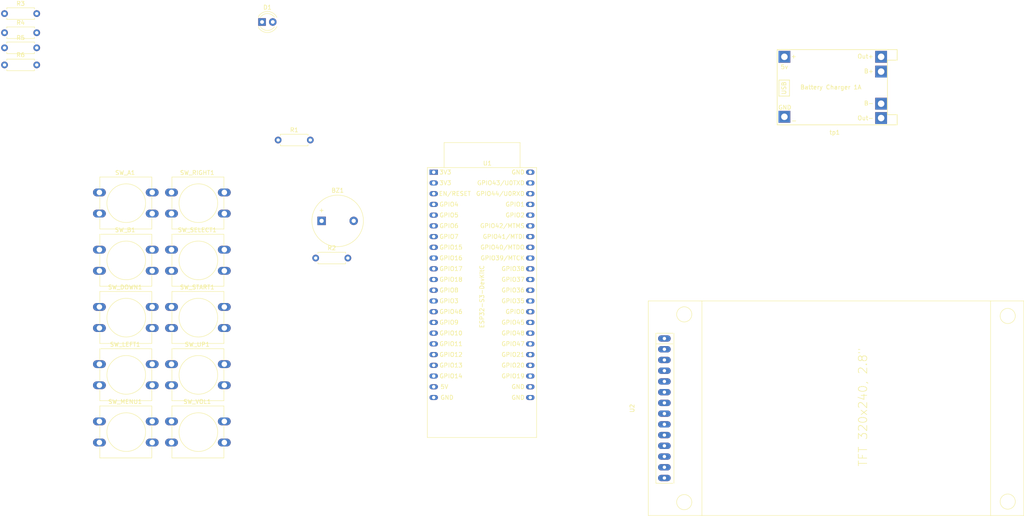
<source format=kicad_pcb>
(kicad_pcb (version 20221018) (generator pcbnew)
  (layers (0 "F.Cu" signal) (31 "B.Cu" signal) (34 "B.Paste" user) (35 "F.Paste" user) (36 "B.SilkS" user "B.Silkscreen") (37 "F.SilkS" user "F.Silkscreen") (38 "B.Mask" user) (39 "F.Mask" user) (44 "Edge.Cuts" user))
  (net 0 "")
  (net 19 "Net-(U1-GND-Pad22)")
  (net 72 "GND")
  (net 73 "Net-(D1-A)")
  (net 74 "/IO2")
  (net 75 "/IO12")
  (net 76 "Net-(R4-Pad2)")
  (net 77 "/IO35")
  (net 78 "/+3.3V")
  (net 79 "/IO36")
  (net 80 "Net-(R5-Pad2)")
  (footprint "Resistor_THT:R_Axial_DIN0207_L6.3mm_D2.5mm_P7.62mm_Horizontal" (layer "F.Cu") (at 114.3 88.9)
    (fp_text reference "R2" (at 3.81 -2.37) (layer "F.SilkS"))
    (fp_text value "1K")
    (fp_line (start 0.54 -1.37) (end 7.08 -1.37) (stroke (width 0.12)) (layer "F.SilkS"))
    (fp_line (start 0.54 -1.04) (end 0.54 -1.37) (stroke (width 0.12)) (layer "F.SilkS"))
    (fp_line (start 0.54 1.04) (end 0.54 1.37) (stroke (width 0.12)) (layer "F.SilkS"))
    (fp_line (start 0.54 1.37) (end 7.08 1.37) (stroke (width 0.12)) (layer "F.SilkS"))
    (fp_line (start 7.08 -1.37) (end 7.08 -1.04) (stroke (width 0.12)) (layer "F.SilkS"))
    (fp_line (start 7.08 1.37) (end 7.08 1.04) (stroke (width 0.12)) (layer "F.SilkS"))
    (pad "1" thru_hole circle (at 0 0) (size 1.6 1.6) (drill 0.8) (layers "*.Cu" "*.Mask"))
    (pad "2" thru_hole oval (at 7.62 0) (size 1.6 1.6) (drill 0.8) (layers "*.Cu" "*.Mask"))
  )
  (footprint "Resistor_THT:R_Axial_DIN0207_L6.3mm_D2.5mm_P7.62mm_Horizontal" (layer "F.Cu") (at 40.64 43.18)
    (fp_text reference "R6" (at 3.81 -2.37) (layer "F.SilkS"))
    (fp_text value "10K")
    (fp_line (start 0.54 -1.37) (end 7.08 -1.37) (stroke (width 0.12)) (layer "F.SilkS"))
    (fp_line (start 0.54 -1.04) (end 0.54 -1.37) (stroke (width 0.12)) (layer "F.SilkS"))
    (fp_line (start 0.54 1.04) (end 0.54 1.37) (stroke (width 0.12)) (layer "F.SilkS"))
    (fp_line (start 0.54 1.37) (end 7.08 1.37) (stroke (width 0.12)) (layer "F.SilkS"))
    (fp_line (start 7.08 -1.37) (end 7.08 -1.04) (stroke (width 0.12)) (layer "F.SilkS"))
    (fp_line (start 7.08 1.37) (end 7.08 1.04) (stroke (width 0.12)) (layer "F.SilkS"))
    (pad "1" thru_hole circle (at 0 0) (size 1.6 1.6) (drill 0.8) (layers "*.Cu" "*.Mask") (net 77 "/IO35"))
    (pad "2" thru_hole oval (at 7.62 0) (size 1.6 1.6) (drill 0.8) (layers "*.Cu" "*.Mask") (net 72 "GND"))
  )
  (footprint "Resistor_THT:R_Axial_DIN0207_L6.3mm_D2.5mm_P7.62mm_Horizontal" (layer "F.Cu") (at 40.64 39.13)
    (fp_text reference "R5" (at 3.81 -2.37) (layer "F.SilkS"))
    (fp_text value "10K")
    (fp_line (start 0.54 -1.37) (end 7.08 -1.37) (stroke (width 0.12)) (layer "F.SilkS"))
    (fp_line (start 0.54 -1.04) (end 0.54 -1.37) (stroke (width 0.12)) (layer "F.SilkS"))
    (fp_line (start 0.54 1.04) (end 0.54 1.37) (stroke (width 0.12)) (layer "F.SilkS"))
    (fp_line (start 0.54 1.37) (end 7.08 1.37) (stroke (width 0.12)) (layer "F.SilkS"))
    (fp_line (start 7.08 -1.37) (end 7.08 -1.04) (stroke (width 0.12)) (layer "F.SilkS"))
    (fp_line (start 7.08 1.37) (end 7.08 1.04) (stroke (width 0.12)) (layer "F.SilkS"))
    (pad "1" thru_hole circle (at 0 0) (size 1.6 1.6) (drill 0.8) (layers "*.Cu" "*.Mask") (net 77 "/IO35"))
    (pad "2" thru_hole oval (at 7.62 0) (size 1.6 1.6) (drill 0.8) (layers "*.Cu" "*.Mask") (net 80 "Net-(R5-Pad2)"))
  )
  (footprint "Resistor_THT:R_Axial_DIN0207_L6.3mm_D2.5mm_P7.62mm_Horizontal" (layer "F.Cu") (at 40.64 35.56)
    (fp_text reference "R4" (at 3.81 -2.37) (layer "F.SilkS"))
    (fp_text value "10K")
    (fp_line (start 0.54 -1.37) (end 7.08 -1.37) (stroke (width 0.12)) (layer "F.SilkS"))
    (fp_line (start 0.54 -1.04) (end 0.54 -1.37) (stroke (width 0.12)) (layer "F.SilkS"))
    (fp_line (start 0.54 1.04) (end 0.54 1.37) (stroke (width 0.12)) (layer "F.SilkS"))
    (fp_line (start 0.54 1.37) (end 7.08 1.37) (stroke (width 0.12)) (layer "F.SilkS"))
    (fp_line (start 7.08 -1.37) (end 7.08 -1.04) (stroke (width 0.12)) (layer "F.SilkS"))
    (fp_line (start 7.08 1.37) (end 7.08 1.04) (stroke (width 0.12)) (layer "F.SilkS"))
    (pad "1" thru_hole circle (at 0 0) (size 1.6 1.6) (drill 0.8) (layers "*.Cu" "*.Mask") (net 75 "/IO12"))
    (pad "2" thru_hole oval (at 7.62 0) (size 1.6 1.6) (drill 0.8) (layers "*.Cu" "*.Mask") (net 76 "Net-(R4-Pad2)"))
  )
  (footprint "footprints:TFT-320x240" (layer "F.Cu") (at 196.85 124.46 -90)
    (fp_text reference "U2" (at 0 7.62 90) (layer "F.SilkS"))
    (fp_text value "TFT_320x240")
    (fp_text user "TFT 320x240, 2.8\"" (at -0.254 -46.99 90) (layer "F.SilkS") (effects (font (size 2 2))))
    (fp_line (start -25.4 -85.09) (end -25.4 3.81) (stroke (width 0.12)) (layer "F.SilkS"))
    (fp_line (start -25.4 -77.216) (end 25.4 -77.216) (stroke (width 0.12)) (layer "F.SilkS"))
    (fp_line (start -25.4 -8.89) (end 25.4 -8.89) (stroke (width 0.12)) (layer "F.SilkS"))
    (fp_line (start -25.4 3.81) (end 25.4 3.81) (stroke (width 0.12)) (layer "F.SilkS"))
    (fp_line (start -17.76 -2.254) (end 17.76 -2.254) (stroke (width 0.12)) (layer "F.SilkS"))
    (fp_line (start -17.76 2) (end -17.76 -2) (stroke (width 0.12)) (layer "F.SilkS"))
    (fp_line (start -15.24 -2) (end -15.24 2) (stroke (width 0.12)) (layer "F.SilkS"))
    (fp_line (start 17.76 -2) (end 17.76 2) (stroke (width 0.12)) (layer "F.SilkS"))
    (fp_line (start 17.76 2) (end -17.76 2) (stroke (width 0.12)) (layer "F.SilkS"))
    (fp_line (start 25.4 -85.09) (end -25.4 -85.09) (stroke (width 0.12)) (layer "F.SilkS"))
    (fp_line (start 25.4 3.81) (end 25.4 -85.09) (stroke (width 0.12)) (layer "F.SilkS"))
    (fp_circle (center -22.225 -4.699) (end -23.495 -3.429) (stroke (width 0.12)) (fill none) (layer "F.SilkS"))
    (fp_circle (center -21.844 -81.28) (end -23.114 -82.55) (stroke (width 0.12)) (fill none) (layer "F.SilkS"))
    (fp_circle (center 22.098 -81.28) (end 20.828 -80.01) (stroke (width 0.12)) (fill none) (layer "F.SilkS"))
    (fp_circle (center 22.225 -4.699) (end 20.955 -3.429) (stroke (width 0.12)) (fill none) (layer "F.SilkS"))
    (pad "1" thru_hole oval (at -16.51 0 270) (size 1.5 3) (drill 0.8) (layers "*.Cu" "*.Mask"))
    (pad "2" thru_hole oval (at -13.97 0 270) (size 1.5 3) (drill 0.8) (layers "*.Cu" "*.Mask"))
    (pad "3" thru_hole oval (at -11.43 0 270) (size 1.5 3) (drill 0.8) (layers "*.Cu" "*.Mask"))
    (pad "4" thru_hole oval (at -8.89 0 270) (size 1.5 3) (drill 0.8) (layers "*.Cu" "*.Mask"))
    (pad "5" thru_hole oval (at -6.35 0 270) (size 1.5 3) (drill 0.8) (layers "*.Cu" "*.Mask"))
    (pad "6" thru_hole oval (at -3.81 0 270) (size 1.5 3) (drill 0.8) (layers "*.Cu" "*.Mask"))
    (pad "7" thru_hole oval (at -1.27 0 270) (size 1.5 3) (drill 0.8) (layers "*.Cu" "*.Mask"))
    (pad "8" thru_hole oval (at 1.27 0 270) (size 1.5 3) (drill 0.8) (layers "*.Cu" "*.Mask"))
    (pad "9" thru_hole oval (at 3.81 0 270) (size 1.5 3) (drill 0.8) (layers "*.Cu" "*.Mask"))
    (pad "10" thru_hole oval (at 6.35 0 270) (size 1.5 3) (drill 0.8) (layers "*.Cu" "*.Mask"))
    (pad "11" thru_hole oval (at 8.89 0 270) (size 1.5 3) (drill 0.8) (layers "*.Cu" "*.Mask"))
    (pad "12" thru_hole oval (at 11.43 0 270) (size 1.5 3) (drill 0.8) (layers "*.Cu" "*.Mask"))
    (pad "13" thru_hole oval (at 13.97 0 270) (size 1.5 3) (drill 0.8) (layers "*.Cu" "*.Mask"))
    (pad "14" thru_hole oval (at 16.51 0 270) (size 1.5 3) (drill 0.8) (layers "*.Cu" "*.Mask"))
  )
  (footprint "Button_Switch_THT:SW_PUSH-12mm" (layer "F.Cu") (at 80.17 114.02)
    (fp_text reference "SW_UP1" (at 6.08 -4.66) (layer "F.SilkS"))
    (fp_text value "SW_Push_Dual")
    (fp_line (start 0.1 -3.65) (end 12.4 -3.65) (stroke (width 0.12)) (layer "F.SilkS"))
    (fp_line (start 0.1 -0.93) (end 0.1 -3.65) (stroke (width 0.12)) (layer "F.SilkS"))
    (fp_line (start 0.1 4.07) (end 0.1 0.93) (stroke (width 0.12)) (layer "F.SilkS"))
    (fp_line (start 0.1 8.65) (end 0.1 5.93) (stroke (width 0.12)) (layer "F.SilkS"))
    (fp_line (start 12.4 -3.65) (end 12.4 -0.93) (stroke (width 0.12)) (layer "F.SilkS"))
    (fp_line (start 12.4 0.93) (end 12.4 4.07) (stroke (width 0.12)) (layer "F.SilkS"))
    (fp_line (start 12.4 5.93) (end 12.4 8.65) (stroke (width 0.12)) (layer "F.SilkS"))
    (fp_line (start 12.4 8.65) (end 0.1 8.65) (stroke (width 0.12)) (layer "F.SilkS"))
    (fp_circle (center 6.35 2.54) (end 10.16 5.08) (stroke (width 0.12)) (fill none) (layer "F.SilkS"))
    (pad "1" thru_hole oval (at 0 0) (size 3.048 1.85) (drill 1.3) (layers "*.Cu" "*.Mask") (net 78 "/+3.3V"))
    (pad "1" thru_hole oval (at 12.5 0) (size 3.048 1.85) (drill 1.3) (layers "*.Cu" "*.Mask") (net 78 "/+3.3V"))
    (pad "2" thru_hole oval (at 0 5) (size 3.048 1.85) (drill 1.3) (layers "*.Cu" "*.Mask") (net 80 "Net-(R5-Pad2)"))
    (pad "2" thru_hole oval (at 12.5 5) (size 3.048 1.85) (drill 1.3) (layers "*.Cu" "*.Mask") (net 80 "Net-(R5-Pad2)"))
  )
  (footprint "Buzzer_Beeper:Buzzer_12x9.5RM7.6" (layer "F.Cu") (at 115.7 80.1)
    (fp_text reference "BZ1" (at 3.8 -7.2) (layer "F.SilkS"))
    (fp_text value "Buzzer")
    (fp_text user "+" (at -0.01 -2.54) (layer "F.SilkS"))
    (fp_circle (center 3.8 0) (end 9.9 0) (stroke (width 0.12)) (fill none) (layer "F.SilkS"))
    (pad "1" thru_hole rect (at 0 0) (size 2 2) (drill 1) (layers "*.Cu" "*.Mask"))
    (pad "2" thru_hole circle (at 7.6 0) (size 2 2) (drill 1) (layers "*.Cu" "*.Mask"))
  )
  (footprint "LED_THT:LED_D4.0mm" (layer "F.Cu") (at 101.6 33.02)
    (fp_text reference "D1" (at 1.27 -3.46) (layer "F.SilkS"))
    (fp_text value "LED")
    (fp_line (start -0.79 -1.399) (end -0.79 -1.08) (stroke (width 0.12)) (layer "F.SilkS"))
    (fp_line (start -0.79 1.08) (end -0.79 1.399) (stroke (width 0.12)) (layer "F.SilkS"))
    (fp_arc (start -0.79 -1.398749) (mid 1.453519 -2.483228) (end 3.513242 -1.080724) (stroke (width 0.12)) (layer "F.SilkS"))
    (fp_arc (start -0.41333 -1.08) (mid 1.269429 -2) (end 2.952713 -1.080961) (stroke (width 0.12)) (layer "F.SilkS"))
    (fp_arc (start 2.952713 1.080961) (mid 1.269429 2) (end -0.41333 1.08) (stroke (width 0.12)) (layer "F.SilkS"))
    (fp_arc (start 3.513242 1.080724) (mid 1.453519 2.483228) (end -0.79 1.398749) (stroke (width 0.12)) (layer "F.SilkS"))
    (pad "1" thru_hole rect (at 0 0) (size 1.8 1.8) (drill 0.9) (layers "*.Cu" "*.Mask") (net 72 "GND"))
    (pad "2" thru_hole circle (at 2.54 0) (size 1.8 1.8) (drill 0.9) (layers "*.Cu" "*.Mask") (net 73 "Net-(D1-A)"))
  )
  (footprint "Button_Switch_THT:SW_PUSH-12mm" (layer "F.Cu") (at 80.17 86.92)
    (fp_text reference "SW_SELECT1" (at 6.08 -4.66) (layer "F.SilkS"))
    (fp_text value "SW_Push_Dual")
    (fp_line (start 0.1 -3.65) (end 12.4 -3.65) (stroke (width 0.12)) (layer "F.SilkS"))
    (fp_line (start 0.1 -0.93) (end 0.1 -3.65) (stroke (width 0.12)) (layer "F.SilkS"))
    (fp_line (start 0.1 4.07) (end 0.1 0.93) (stroke (width 0.12)) (layer "F.SilkS"))
    (fp_line (start 0.1 8.65) (end 0.1 5.93) (stroke (width 0.12)) (layer "F.SilkS"))
    (fp_line (start 12.4 -3.65) (end 12.4 -0.93) (stroke (width 0.12)) (layer "F.SilkS"))
    (fp_line (start 12.4 0.93) (end 12.4 4.07) (stroke (width 0.12)) (layer "F.SilkS"))
    (fp_line (start 12.4 5.93) (end 12.4 8.65) (stroke (width 0.12)) (layer "F.SilkS"))
    (fp_line (start 12.4 8.65) (end 0.1 8.65) (stroke (width 0.12)) (layer "F.SilkS"))
    (fp_circle (center 6.35 2.54) (end 10.16 5.08) (stroke (width 0.12)) (fill none) (layer "F.SilkS"))
    (pad "1" thru_hole oval (at 0 0) (size 3.048 1.85) (drill 1.3) (layers "*.Cu" "*.Mask"))
    (pad "1" thru_hole oval (at 12.5 0) (size 3.048 1.85) (drill 1.3) (layers "*.Cu" "*.Mask"))
    (pad "2" thru_hole oval (at 0 5) (size 3.048 1.85) (drill 1.3) (layers "*.Cu" "*.Mask"))
    (pad "2" thru_hole oval (at 12.5 5) (size 3.048 1.85) (drill 1.3) (layers "*.Cu" "*.Mask"))
  )
  (footprint "Resistor_THT:R_Axial_DIN0207_L6.3mm_D2.5mm_P7.62mm_Horizontal" (layer "F.Cu") (at 40.64 31.03)
    (fp_text reference "R3" (at 3.81 -2.37) (layer "F.SilkS"))
    (fp_text value "10K")
    (fp_line (start 0.54 -1.37) (end 7.08 -1.37) (stroke (width 0.12)) (layer "F.SilkS"))
    (fp_line (start 0.54 -1.04) (end 0.54 -1.37) (stroke (width 0.12)) (layer "F.SilkS"))
    (fp_line (start 0.54 1.04) (end 0.54 1.37) (stroke (width 0.12)) (layer "F.SilkS"))
    (fp_line (start 0.54 1.37) (end 7.08 1.37) (stroke (width 0.12)) (layer "F.SilkS"))
    (fp_line (start 7.08 -1.37) (end 7.08 -1.04) (stroke (width 0.12)) (layer "F.SilkS"))
    (fp_line (start 7.08 1.37) (end 7.08 1.04) (stroke (width 0.12)) (layer "F.SilkS"))
    (pad "1" thru_hole circle (at 0 0) (size 1.6 1.6) (drill 0.8) (layers "*.Cu" "*.Mask") (net 75 "/IO12"))
    (pad "2" thru_hole oval (at 7.62 0) (size 1.6 1.6) (drill 0.8) (layers "*.Cu" "*.Mask") (net 72 "GND"))
  )
  (footprint "Button_Switch_THT:SW_PUSH-12mm" (layer "F.Cu") (at 63.1 127.57)
    (fp_text reference "SW_MENU1" (at 6.08 -4.66) (layer "F.SilkS"))
    (fp_text value "SW_Push_Dual")
    (fp_line (start 0.1 -3.65) (end 12.4 -3.65) (stroke (width 0.12)) (layer "F.SilkS"))
    (fp_line (start 0.1 -0.93) (end 0.1 -3.65) (stroke (width 0.12)) (layer "F.SilkS"))
    (fp_line (start 0.1 4.07) (end 0.1 0.93) (stroke (width 0.12)) (layer "F.SilkS"))
    (fp_line (start 0.1 8.65) (end 0.1 5.93) (stroke (width 0.12)) (layer "F.SilkS"))
    (fp_line (start 12.4 -3.65) (end 12.4 -0.93) (stroke (width 0.12)) (layer "F.SilkS"))
    (fp_line (start 12.4 0.93) (end 12.4 4.07) (stroke (width 0.12)) (layer "F.SilkS"))
    (fp_line (start 12.4 5.93) (end 12.4 8.65) (stroke (width 0.12)) (layer "F.SilkS"))
    (fp_line (start 12.4 8.65) (end 0.1 8.65) (stroke (width 0.12)) (layer "F.SilkS"))
    (fp_circle (center 6.35 2.54) (end 10.16 5.08) (stroke (width 0.12)) (fill none) (layer "F.SilkS"))
    (pad "1" thru_hole oval (at 0 0) (size 3.048 1.85) (drill 1.3) (layers "*.Cu" "*.Mask"))
    (pad "1" thru_hole oval (at 12.5 0) (size 3.048 1.85) (drill 1.3) (layers "*.Cu" "*.Mask"))
    (pad "2" thru_hole oval (at 0 5) (size 3.048 1.85) (drill 1.3) (layers "*.Cu" "*.Mask"))
    (pad "2" thru_hole oval (at 12.5 5) (size 3.048 1.85) (drill 1.3) (layers "*.Cu" "*.Mask"))
  )
  (footprint "Resistor_THT:R_Axial_DIN0207_L6.3mm_D2.5mm_P7.62mm_Horizontal" (layer "F.Cu") (at 105.41 60.96)
    (fp_text reference "R1" (at 3.81 -2.37) (layer "F.SilkS"))
    (fp_text value "10K")
    (fp_line (start 0.54 -1.37) (end 7.08 -1.37) (stroke (width 0.12)) (layer "F.SilkS"))
    (fp_line (start 0.54 -1.04) (end 0.54 -1.37) (stroke (width 0.12)) (layer "F.SilkS"))
    (fp_line (start 0.54 1.04) (end 0.54 1.37) (stroke (width 0.12)) (layer "F.SilkS"))
    (fp_line (start 0.54 1.37) (end 7.08 1.37) (stroke (width 0.12)) (layer "F.SilkS"))
    (fp_line (start 7.08 -1.37) (end 7.08 -1.04) (stroke (width 0.12)) (layer "F.SilkS"))
    (fp_line (start 7.08 1.37) (end 7.08 1.04) (stroke (width 0.12)) (layer "F.SilkS"))
    (pad "1" thru_hole circle (at 0 0) (size 1.6 1.6) (drill 0.8) (layers "*.Cu" "*.Mask") (net 74 "/IO2"))
    (pad "2" thru_hole oval (at 7.62 0) (size 1.6 1.6) (drill 0.8) (layers "*.Cu" "*.Mask") (net 73 "Net-(D1-A)"))
  )
  (footprint "Button_Switch_THT:SW_PUSH-12mm" (layer "F.Cu") (at 63.1 114.02)
    (fp_text reference "SW_LEFT1" (at 6.08 -4.66) (layer "F.SilkS"))
    (fp_text value "SW_Push_Dual")
    (fp_line (start 0.1 -3.65) (end 12.4 -3.65) (stroke (width 0.12)) (layer "F.SilkS"))
    (fp_line (start 0.1 -0.93) (end 0.1 -3.65) (stroke (width 0.12)) (layer "F.SilkS"))
    (fp_line (start 0.1 4.07) (end 0.1 0.93) (stroke (width 0.12)) (layer "F.SilkS"))
    (fp_line (start 0.1 8.65) (end 0.1 5.93) (stroke (width 0.12)) (layer "F.SilkS"))
    (fp_line (start 12.4 -3.65) (end 12.4 -0.93) (stroke (width 0.12)) (layer "F.SilkS"))
    (fp_line (start 12.4 0.93) (end 12.4 4.07) (stroke (width 0.12)) (layer "F.SilkS"))
    (fp_line (start 12.4 5.93) (end 12.4 8.65) (stroke (width 0.12)) (layer "F.SilkS"))
    (fp_line (start 12.4 8.65) (end 0.1 8.65) (stroke (width 0.12)) (layer "F.SilkS"))
    (fp_circle (center 6.35 2.54) (end 10.16 5.08) (stroke (width 0.12)) (fill none) (layer "F.SilkS"))
    (pad "1" thru_hole oval (at 0 0) (size 3.048 1.85) (drill 1.3) (layers "*.Cu" "*.Mask") (net 78 "/+3.3V"))
    (pad "1" thru_hole oval (at 12.5 0) (size 3.048 1.85) (drill 1.3) (layers "*.Cu" "*.Mask") (net 78 "/+3.3V"))
    (pad "2" thru_hole oval (at 0 5) (size 3.048 1.85) (drill 1.3) (layers "*.Cu" "*.Mask") (net 77 "/IO35"))
    (pad "2" thru_hole oval (at 12.5 5) (size 3.048 1.85) (drill 1.3) (layers "*.Cu" "*.Mask") (net 77 "/IO35"))
  )
  (footprint "footprints:ESP32-S3-DevKitC" (layer "F.Cu") (at 142.24 68.58)
    (fp_text reference "U1" (at 12.7 -2.1) (layer "F.SilkS"))
    (fp_text value "ESP32-S3-DevKitC" (at 11.42632 29.46128 90) (layer "F.SilkS"))
    (fp_text user "GPIO21" (at 21.59 43.18 unlocked) (layer "F.SilkS") (effects (justify right)))
    (fp_text user "GPIO0" (at 21.59 33.02 unlocked) (layer "F.SilkS") (effects (justify right)))
    (fp_text user "EN/RESET" (at 8.88632 5.07728 unlocked) (layer "F.SilkS") (effects (justify right)))
    (fp_text user "GPIO1" (at 21.59 7.62 unlocked) (layer "F.SilkS") (effects (justify right)))
    (fp_text user "GPIO3" (at 1.27 30.48 unlocked) (layer "F.SilkS") (effects (justify left)))
    (fp_text user "GND" (at 21.59 50.8 unlocked) (layer "F.SilkS") (effects (justify right)))
    (fp_text user "GPIO14" (at 1.27 48.26 unlocked) (layer "F.SilkS") (effects (justify left)))
    (fp_text user "GPIO4" (at 1.27 7.62 unlocked) (layer "F.SilkS") (effects (justify left)))
    (fp_text user "GPIO17" (at 1.27 22.86 unlocked) (layer "F.SilkS") (effects (justify left)))
    (fp_text user "GPIO47" (at 21.59 40.64 unlocked) (layer "F.SilkS") (effects (justify right)))
    (fp_text user "GPIO38" (at 21.59 22.86 unlocked) (layer "F.SilkS") (effects (justify right)))
    (fp_text user "GPIO46" (at 1.27 33.02 unlocked) (layer "F.SilkS") (effects (justify left)))
    (fp_text user "3V3" (at 1.27 2.54 unlocked) (layer "F.SilkS") (effects (justify left)))
    (fp_text user "GND" (at 21.59 0 unlocked) (layer "F.SilkS") (effects (justify right)))
    (fp_text user "3V3" (at 1.27 0 unlocked) (layer "F.SilkS") (effects (justify left)))
    (fp_text user "GPIO41/MTDI" (at 21.59 15.24 unlocked) (layer "F.SilkS") (effects (justify right)))
    (fp_text user "GPIO18" (at 1.27 25.4 unlocked) (layer "F.SilkS") (effects (justify left)))
    (fp_text user "GPIO43/U0TXD" (at 21.59 2.54 unlocked) (layer "F.SilkS") (effects (justify right)))
    (fp_text user "GPIO20" (at 21.59 45.72 unlocked) (layer "F.SilkS") (effects (justify right)))
    (fp_text user "GPIO8" (at 1.27 27.94 unlocked) (layer "F.SilkS") (effects (justify left)))
    (fp_text user "GPIO9" (at 1.27 35.56 unlocked) (layer "F.SilkS") (effects (justify left)))
    (fp_text user "GPIO15" (at 1.27 17.78 unlocked) (layer "F.SilkS") (effects (justify left)))
    (fp_text user "GPIO6" (at 1.27 12.7 unlocked) (layer "F.SilkS") (effects (justify left)))
    (fp_text user "GPIO11" (at 1.27 40.64 unlocked) (layer "F.SilkS") (effects (justify left)))
    (fp_text user "GPIO42/MTMS" (at 21.59 12.7 unlocked) (layer "F.SilkS") (effects (justify right)))
    (fp_text user "GPIO12" (at 1.27 43.18 unlocked) (layer "F.SilkS") (effects (justify left)))
    (fp_text user "GPIO37" (at 21.59 25.4 unlocked) (layer "F.SilkS") (effects (justify right)))
    (fp_text user "GPIO5" (at 1.27 10.16 unlocked) (layer "F.SilkS") (effects (justify left)))
    (fp_text user "GPIO19" (at 21.59 48.26 unlocked) (layer "F.SilkS") (effects (justify right)))
    (fp_text user "GPIO36" (at 21.59 27.94 unlocked) (layer "F.SilkS") (effects (justify right)))
    (fp_text user "GPIO10" (at 1.27 38.1 unlocked) (layer "F.SilkS") (effects (justify left)))
    (fp_text user "GND" (at 21.59 53.34 unlocked) (layer "F.SilkS") (effects (justify right)))
    (fp_text user "GPIO39/MTCK" (at 21.59 20.32 unlocked) (layer "F.SilkS") (effects (justify right)))
    (fp_text user "GND" (at 1.52032 53.33728 unlocked) (layer "F.SilkS") (effects (justify left)))
    (fp_text user "GPIO45" (at 21.59 35.56 unlocked) (layer "F.SilkS") (effects (justify right)))
    (fp_text user "GPIO13" (at 1.27 45.72 unlocked) (layer "F.SilkS") (effects (justify left)))
    (fp_text user "GPIO40/MTDO" (at 21.59 17.78 unlocked) (layer "F.SilkS") (effects (justify right)))
    (fp_text user "GPIO2" (at 21.59 10.16 unlocked) (layer "F.SilkS") (effects (justify right)))
    (fp_text user "GPIO44/U0RXD" (at 21.59 5.08 unlocked) (layer "F.SilkS") (effects (justify right)))
    (fp_text user "GPIO48" (at 21.59 38.1 unlocked) (layer "F.SilkS") (effects (justify right)))
    (fp_text user "5V" (at 1.52032 50.79728 unlocked) (layer "F.SilkS") (effects (justify left)))
    (fp_text user "GPIO7" (at 1.27 15.24 unlocked) (layer "F.SilkS") (effects (justify left)))
    (fp_text user "GPIO16" (at 1.27 20.32 unlocked) (layer "F.SilkS") (effects (justify left)))
    (fp_text user "GPIO35" (at 21.59 30.48 unlocked) (layer "F.SilkS") (effects (justify right)))
    (fp_line (start -1.5 62.79728) (end 24.359999 62.79728) (stroke (width 0.12)) (layer "F.SilkS"))
    (fp_line (start -1.499999 -1.1) (end -1.5 62.79728) (stroke (width 0.12)) (layer "F.SilkS"))
    (fp_line (start 2.46012 -7.01312) (end 20.44332 -7.01312) (stroke (width 0.12)) (layer "F.SilkS"))
    (fp_line (start 2.46012 -1.12032) (end 2.46012 -7.01312) (stroke (width 0.12)) (layer "F.SilkS"))
    (fp_line (start 20.44332 -7.01312) (end 20.44332 -1.12032) (stroke (width 0.12)) (layer "F.SilkS"))
    (fp_line (start 24.359999 62.79728) (end 24.36 -1.1) (stroke (width 0.12)) (layer "F.SilkS"))
    (fp_line (start 24.36 -1.1) (end -1.499999 -1.1) (stroke (width 0.12)) (layer "F.SilkS"))
    (pad "1" thru_hole rect (at 0 0 270) (size 1.2 2) (drill 0.8) (layers "*.Cu" "*.Mask") (net 78 "/+3.3V"))
    (pad "2" thru_hole oval (at 0 2.54 270) (size 1.2 2) (drill 0.8) (layers "*.Cu" "*.Mask") (net 78 "/+3.3V"))
    (pad "3" thru_hole oval (at 0 5.08 270) (size 1.2 2) (drill 0.8) (layers "*.Cu" "*.Mask"))
    (pad "4" thru_hole oval (at 0 7.62 270) (size 1.2 2) (drill 0.8) (layers "*.Cu" "*.Mask"))
    (pad "5" thru_hole oval (at 0 10.16 270) (size 1.2 2) (drill 0.8) (layers "*.Cu" "*.Mask"))
    (pad "6" thru_hole oval (at 0 12.7 270) (size 1.2 2) (drill 0.8) (layers "*.Cu" "*.Mask"))
    (pad "7" thru_hole oval (at 0 15.24 270) (size 1.2 2) (drill 0.8) (layers "*.Cu" "*.Mask"))
    (pad "8" thru_hole oval (at 0 17.78 270) (size 1.2 2) (drill 0.8) (layers "*.Cu" "*.Mask"))
    (pad "9" thru_hole oval (at 0 20.32 270) (size 1.2 2) (drill 0.8) (layers "*.Cu" "*.Mask"))
    (pad "10" thru_hole oval (at 0 22.86 270) (size 1.2 2) (drill 0.8) (layers "*.Cu" "*.Mask"))
    (pad "11" thru_hole oval (at 0 25.4 270) (size 1.2 2) (drill 0.8) (layers "*.Cu" "*.Mask"))
    (pad "12" thru_hole oval (at 0 27.94 270) (size 1.2 2) (drill 0.8) (layers "*.Cu" "*.Mask"))
    (pad "13" thru_hole oval (at 0 30.48 270) (size 1.2 2) (drill 0.8) (layers "*.Cu" "*.Mask"))
    (pad "14" thru_hole oval (at 0 33.02 270) (size 1.2 2) (drill 0.8) (layers "*.Cu" "*.Mask"))
    (pad "15" thru_hole oval (at 0 35.56 270) (size 1.2 2) (drill 0.8) (layers "*.Cu" "*.Mask"))
    (pad "16" thru_hole oval (at 0 38.1 270) (size 1.2 2) (drill 0.8) (layers "*.Cu" "*.Mask"))
    (pad "17" thru_hole oval (at 0 40.64 270) (size 1.2 2) (drill 0.8) (layers "*.Cu" "*.Mask"))
    (pad "18" thru_hole oval (at 0 43.18 270) (size 1.2 2) (drill 0.8) (layers "*.Cu" "*.Mask") (net 75 "/IO12"))
    (pad "19" thru_hole oval (at 0 45.72 270) (size 1.2 2) (drill 0.8) (layers "*.Cu" "*.Mask"))
    (pad "20" thru_hole oval (at -0.00368 48.25728 270) (size 1.2 2) (drill 0.8) (layers "*.Cu" "*.Mask"))
    (pad "21" thru_hole oval (at -0.00368 50.79728 270) (size 1.2 2) (drill 0.8) (layers "*.Cu" "*.Mask"))
    (pad "22" thru_hole oval (at -0.00368 53.33728 270) (size 1.2 2) (drill 0.8) (layers "*.Cu" "*.Mask") (net 19 "Net-(U1-GND-Pad22)"))
    (pad "23" thru_hole oval (at 22.86 53.34 270) (size 1.2 2) (drill 0.8) (layers "*.Cu" "*.Mask") (net 19 "Net-(U1-GND-Pad22)"))
    (pad "24" thru_hole oval (at 22.86 50.8 270) (size 1.2 2) (drill 0.8) (layers "*.Cu" "*.Mask") (net 19 "Net-(U1-GND-Pad22)"))
    (pad "25" thru_hole oval (at 22.86 48.26 270) (size 1.2 2) (drill 0.8) (layers "*.Cu" "*.Mask"))
    (pad "26" thru_hole oval (at 22.86 45.72 270) (size 1.2 2) (drill 0.8) (layers "*.Cu" "*.Mask"))
    (pad "27" thru_hole oval (at 22.86 43.18 270) (size 1.2 2) (drill 0.8) (layers "*.Cu" "*.Mask"))
    (pad "28" thru_hole oval (at 22.86 40.64 270) (size 1.2 2) (drill 0.8) (layers "*.Cu" "*.Mask"))
    (pad "29" thru_hole oval (at 22.86 38.1 270) (size 1.2 2) (drill 0.8) (layers "*.Cu" "*.Mask"))
    (pad "30" thru_hole oval (at 22.86 35.56 270) (size 1.2 2) (drill 0.8) (layers "*.Cu" "*.Mask"))
    (pad "31" thru_hole oval (at 22.86 33.02 270) (size 1.2 2) (drill 0.8) (layers "*.Cu" "*.Mask"))
    (pad "32" thru_hole oval (at 22.86 30.48 270) (size 1.2 2) (drill 0.8) (layers "*.Cu" "*.Mask") (net 77 "/IO35"))
    (pad "33" thru_hole oval (at 22.86 27.94 270) (size 1.2 2) (drill 0.8) (layers "*.Cu" "*.Mask") (net 79 "/IO36"))
    (pad "34" thru_hole oval (at 22.86 25.4 270) (size 1.2 2) (drill 0.8) (layers "*.Cu" "*.Mask"))
    (pad "35" thru_hole oval (at 22.86 22.86 270) (size 1.2 2) (drill 0.8) (layers "*.Cu" "*.Mask"))
    (pad "36" thru_hole oval (at 22.86 20.32 270) (size 1.2 2) (drill 0.8) (layers "*.Cu" "*.Mask"))
    (pad "37" thru_hole oval (at 22.86 17.78 270) (size 1.2 2) (drill 0.8) (layers "*.Cu" "*.Mask"))
    (pad "38" thru_hole oval (at 22.86 15.24 270) (size 1.2 2) (drill 0.8) (layers "*.Cu" "*.Mask"))
    (pad "39" thru_hole oval (at 22.86 12.7 270) (size 1.2 2) (drill 0.8) (layers "*.Cu" "*.Mask"))
    (pad "40" thru_hole oval (at 22.86 10.16 270) (size 1.2 2) (drill 0.8) (layers "*.Cu" "*.Mask") (net 74 "/IO2"))
    (pad "41" thru_hole oval (at 22.86 7.62 270) (size 1.2 2) (drill 0.8) (layers "*.Cu" "*.Mask"))
    (pad "42" thru_hole oval (at 22.86 5.08 270) (size 1.2 2) (drill 0.8) (layers "*.Cu" "*.Mask"))
    (pad "43" thru_hole oval (at 22.86 2.54 270) (size 1.2 2) (drill 0.8) (layers "*.Cu" "*.Mask"))
    (pad "44" thru_hole oval (at 22.86 0 270) (size 1.2 2) (drill 0.8) (layers "*.Cu" "*.Mask") (net 19 "Net-(U1-GND-Pad22)"))
  )
  (footprint "Button_Switch_THT:SW_PUSH-12mm" (layer "F.Cu") (at 80.17 100.47)
    (fp_text reference "SW_START1" (at 6.08 -4.66) (layer "F.SilkS"))
    (fp_text value "SW_Push_Dual")
    (fp_line (start 0.1 -3.65) (end 12.4 -3.65) (stroke (width 0.12)) (layer "F.SilkS"))
    (fp_line (start 0.1 -0.93) (end 0.1 -3.65) (stroke (width 0.12)) (layer "F.SilkS"))
    (fp_line (start 0.1 4.07) (end 0.1 0.93) (stroke (width 0.12)) (layer "F.SilkS"))
    (fp_line (start 0.1 8.65) (end 0.1 5.93) (stroke (width 0.12)) (layer "F.SilkS"))
    (fp_line (start 12.4 -3.65) (end 12.4 -0.93) (stroke (width 0.12)) (layer "F.SilkS"))
    (fp_line (start 12.4 0.93) (end 12.4 4.07) (stroke (width 0.12)) (layer "F.SilkS"))
    (fp_line (start 12.4 5.93) (end 12.4 8.65) (stroke (width 0.12)) (layer "F.SilkS"))
    (fp_line (start 12.4 8.65) (end 0.1 8.65) (stroke (width 0.12)) (layer "F.SilkS"))
    (fp_circle (center 6.35 2.54) (end 10.16 5.08) (stroke (width 0.12)) (fill none) (layer "F.SilkS"))
    (pad "1" thru_hole oval (at 0 0) (size 3.048 1.85) (drill 1.3) (layers "*.Cu" "*.Mask"))
    (pad "1" thru_hole oval (at 12.5 0) (size 3.048 1.85) (drill 1.3) (layers "*.Cu" "*.Mask"))
    (pad "2" thru_hole oval (at 0 5) (size 3.048 1.85) (drill 1.3) (layers "*.Cu" "*.Mask"))
    (pad "2" thru_hole oval (at 12.5 5) (size 3.048 1.85) (drill 1.3) (layers "*.Cu" "*.Mask"))
  )
  (footprint "Button_Switch_THT:SW_PUSH-12mm" (layer "F.Cu") (at 80.17 73.37)
    (fp_text reference "SW_RIGHT1" (at 6.08 -4.66) (layer "F.SilkS"))
    (fp_text value "SW_Push_Dual")
    (fp_line (start 0.1 -3.65) (end 12.4 -3.65) (stroke (width 0.12)) (layer "F.SilkS"))
    (fp_line (start 0.1 -0.93) (end 0.1 -3.65) (stroke (width 0.12)) (layer "F.SilkS"))
    (fp_line (start 0.1 4.07) (end 0.1 0.93) (stroke (width 0.12)) (layer "F.SilkS"))
    (fp_line (start 0.1 8.65) (end 0.1 5.93) (stroke (width 0.12)) (layer "F.SilkS"))
    (fp_line (start 12.4 -3.65) (end 12.4 -0.93) (stroke (width 0.12)) (layer "F.SilkS"))
    (fp_line (start 12.4 0.93) (end 12.4 4.07) (stroke (width 0.12)) (layer "F.SilkS"))
    (fp_line (start 12.4 5.93) (end 12.4 8.65) (stroke (width 0.12)) (layer "F.SilkS"))
    (fp_line (start 12.4 8.65) (end 0.1 8.65) (stroke (width 0.12)) (layer "F.SilkS"))
    (fp_circle (center 6.35 2.54) (end 10.16 5.08) (stroke (width 0.12)) (fill none) (layer "F.SilkS"))
    (pad "1" thru_hole oval (at 0 0) (size 3.048 1.85) (drill 1.3) (layers "*.Cu" "*.Mask") (net 78 "/+3.3V"))
    (pad "1" thru_hole oval (at 12.5 0) (size 3.048 1.85) (drill 1.3) (layers "*.Cu" "*.Mask") (net 78 "/+3.3V"))
    (pad "2" thru_hole oval (at 0 5) (size 3.048 1.85) (drill 1.3) (layers "*.Cu" "*.Mask") (net 76 "Net-(R4-Pad2)"))
    (pad "2" thru_hole oval (at 12.5 5) (size 3.048 1.85) (drill 1.3) (layers "*.Cu" "*.Mask") (net 76 "Net-(R4-Pad2)"))
  )
  (footprint "Button_Switch_THT:SW_PUSH-12mm" (layer "F.Cu") (at 80.17 127.57)
    (fp_text reference "SW_VOL1" (at 6.08 -4.66) (layer "F.SilkS"))
    (fp_text value "SW_Push_Dual")
    (fp_line (start 0.1 -3.65) (end 12.4 -3.65) (stroke (width 0.12)) (layer "F.SilkS"))
    (fp_line (start 0.1 -0.93) (end 0.1 -3.65) (stroke (width 0.12)) (layer "F.SilkS"))
    (fp_line (start 0.1 4.07) (end 0.1 0.93) (stroke (width 0.12)) (layer "F.SilkS"))
    (fp_line (start 0.1 8.65) (end 0.1 5.93) (stroke (width 0.12)) (layer "F.SilkS"))
    (fp_line (start 12.4 -3.65) (end 12.4 -0.93) (stroke (width 0.12)) (layer "F.SilkS"))
    (fp_line (start 12.4 0.93) (end 12.4 4.07) (stroke (width 0.12)) (layer "F.SilkS"))
    (fp_line (start 12.4 5.93) (end 12.4 8.65) (stroke (width 0.12)) (layer "F.SilkS"))
    (fp_line (start 12.4 8.65) (end 0.1 8.65) (stroke (width 0.12)) (layer "F.SilkS"))
    (fp_circle (center 6.35 2.54) (end 10.16 5.08) (stroke (width 0.12)) (fill none) (layer "F.SilkS"))
    (pad "1" thru_hole oval (at 0 0) (size 3.048 1.85) (drill 1.3) (layers "*.Cu" "*.Mask"))
    (pad "1" thru_hole oval (at 12.5 0) (size 3.048 1.85) (drill 1.3) (layers "*.Cu" "*.Mask"))
    (pad "2" thru_hole oval (at 0 5) (size 3.048 1.85) (drill 1.3) (layers "*.Cu" "*.Mask"))
    (pad "2" thru_hole oval (at 12.5 5) (size 3.048 1.85) (drill 1.3) (layers "*.Cu" "*.Mask"))
  )
  (footprint "footprints:TP4056-18650" (layer "F.Cu") (at 223.56 39.56)
    (fp_text reference "tp1" (at 13.6 19.6) (layer "F.SilkS"))
    (fp_text value "~")
    (fp_text user "Battery Charger 1A" (at 12.7 8.9) (layer "F.SilkS"))
    (fp_text user "USB" (at 1.6 9.1 90) (layer "F.SilkS"))
    (fp_text user "B+" (at 21.7 5.1) (layer "F.SilkS"))
    (fp_text user "GND" (at 1.8 13.7) (layer "F.SilkS"))
    (fp_text user "+" (at 3.9 1.6) (layer "F.SilkS"))
    (fp_text user "-" (at 4 16.8) (layer "F.SilkS"))
    (fp_text user "Out+" (at 20.9 1.6) (layer "F.SilkS"))
    (fp_text user "B-" (at 21.7 12.7) (layer "F.SilkS"))
    (fp_text user "Out-" (at 20.9 16.2) (layer "F.SilkS"))
    (fp_text user "5v" (at 1.7 4.1) (layer "F.SilkS"))
    (fp_line (start 0 0) (end 26.3 0) (stroke (width 0.15)) (layer "F.SilkS"))
    (fp_line (start 0 17.8) (end 0 0) (stroke (width 0.15)) (layer "F.SilkS"))
    (fp_line (start 0.4 7.2) (end 2.9 7.2) (stroke (width 0.15)) (layer "F.SilkS"))
    (fp_line (start 0.4 11) (end 0.4 7.3) (stroke (width 0.15)) (layer "F.SilkS"))
    (fp_line (start 2.9 7.2) (end 2.9 11) (stroke (width 0.15)) (layer "F.SilkS"))
    (fp_line (start 2.9 11) (end 0.4 11) (stroke (width 0.15)) (layer "F.SilkS"))
    (fp_line (start 26.1 2.5) (end 26.1 15.4) (stroke (width 0.15)) (layer "F.SilkS"))
    (fp_line (start 26.1 15.4) (end 26.4 15.4) (stroke (width 0.15)) (layer "F.SilkS"))
    (fp_line (start 26.3 0) (end 28.4 0) (stroke (width 0.15)) (layer "F.SilkS"))
    (fp_line (start 26.3 15.4) (end 28.4 15.4) (stroke (width 0.15)) (layer "F.SilkS"))
    (fp_line (start 28.4 0) (end 28.4 2.5) (stroke (width 0.15)) (layer "F.SilkS"))
    (fp_line (start 28.4 2.5) (end 26.1 2.5) (stroke (width 0.15)) (layer "F.SilkS"))
    (fp_line (start 28.4 15.4) (end 28.4 15.7) (stroke (width 0.15)) (layer "F.SilkS"))
    (fp_line (start 28.4 15.7) (end 28.4 17.8) (stroke (width 0.15)) (layer "F.SilkS"))
    (fp_line (start 28.4 17.8) (end 0 17.8) (stroke (width 0.15)) (layer "F.SilkS"))
    (pad "1" thru_hole rect (at 1.7 1.7) (size 2.8 2.8) (drill 1.54) (layers "*.Cu" "*.Mask"))
    (pad "2" thru_hole rect (at 1.7 15.9) (size 2.8 2.8) (drill 1.54) (layers "*.Cu" "*.Mask"))
    (pad "3" thru_hole rect (at 24.6 1.7) (size 2.8 2.8) (drill 1.54) (layers "*.Cu" "*.Mask"))
    (pad "4" thru_hole rect (at 24.6 16.2) (size 2.8 2.8) (drill 1.54) (layers "*.Cu" "*.Mask"))
    (pad "5" thru_hole rect (at 24.6 5.2) (size 2.8 2.8) (drill 1.54) (layers "*.Cu" "*.Mask"))
    (pad "6" thru_hole rect (at 24.6 12.8) (size 2.8 2.8) (drill 1.54) (layers "*.Cu" "*.Mask"))
  )
  (footprint "Button_Switch_THT:SW_PUSH-12mm" (layer "F.Cu") (at 63.1 86.92)
    (fp_text reference "SW_B1" (at 6.08 -4.66) (layer "F.SilkS"))
    (fp_text value "SW_Push_Dual")
    (fp_line (start 0.1 -3.65) (end 12.4 -3.65) (stroke (width 0.12)) (layer "F.SilkS"))
    (fp_line (start 0.1 -0.93) (end 0.1 -3.65) (stroke (width 0.12)) (layer "F.SilkS"))
    (fp_line (start 0.1 4.07) (end 0.1 0.93) (stroke (width 0.12)) (layer "F.SilkS"))
    (fp_line (start 0.1 8.65) (end 0.1 5.93) (stroke (width 0.12)) (layer "F.SilkS"))
    (fp_line (start 12.4 -3.65) (end 12.4 -0.93) (stroke (width 0.12)) (layer "F.SilkS"))
    (fp_line (start 12.4 0.93) (end 12.4 4.07) (stroke (width 0.12)) (layer "F.SilkS"))
    (fp_line (start 12.4 5.93) (end 12.4 8.65) (stroke (width 0.12)) (layer "F.SilkS"))
    (fp_line (start 12.4 8.65) (end 0.1 8.65) (stroke (width 0.12)) (layer "F.SilkS"))
    (fp_circle (center 6.35 2.54) (end 10.16 5.08) (stroke (width 0.12)) (fill none) (layer "F.SilkS"))
    (pad "1" thru_hole oval (at 0 0) (size 3.048 1.85) (drill 1.3) (layers "*.Cu" "*.Mask"))
    (pad "1" thru_hole oval (at 12.5 0) (size 3.048 1.85) (drill 1.3) (layers "*.Cu" "*.Mask"))
    (pad "2" thru_hole oval (at 0 5) (size 3.048 1.85) (drill 1.3) (layers "*.Cu" "*.Mask"))
    (pad "2" thru_hole oval (at 12.5 5) (size 3.048 1.85) (drill 1.3) (layers "*.Cu" "*.Mask"))
  )
  (footprint "Button_Switch_THT:SW_PUSH-12mm" (layer "F.Cu") (at 63.1 100.47)
    (fp_text reference "SW_DOWN1" (at 6.08 -4.66) (layer "F.SilkS"))
    (fp_text value "SW_Push_Dual")
    (fp_line (start 0.1 -3.65) (end 12.4 -3.65) (stroke (width 0.12)) (layer "F.SilkS"))
    (fp_line (start 0.1 -0.93) (end 0.1 -3.65) (stroke (width 0.12)) (layer "F.SilkS"))
    (fp_line (start 0.1 4.07) (end 0.1 0.93) (stroke (width 0.12)) (layer "F.SilkS"))
    (fp_line (start 0.1 8.65) (end 0.1 5.93) (stroke (width 0.12)) (layer "F.SilkS"))
    (fp_line (start 12.4 -3.65) (end 12.4 -0.93) (stroke (width 0.12)) (layer "F.SilkS"))
    (fp_line (start 12.4 0.93) (end 12.4 4.07) (stroke (width 0.12)) (layer "F.SilkS"))
    (fp_line (start 12.4 5.93) (end 12.4 8.65) (stroke (width 0.12)) (layer "F.SilkS"))
    (fp_line (start 12.4 8.65) (end 0.1 8.65) (stroke (width 0.12)) (layer "F.SilkS"))
    (fp_circle (center 6.35 2.54) (end 10.16 5.08) (stroke (width 0.12)) (fill none) (layer "F.SilkS"))
    (pad "1" thru_hole oval (at 0 0) (size 3.048 1.85) (drill 1.3) (layers "*.Cu" "*.Mask") (net 78 "/+3.3V"))
    (pad "1" thru_hole oval (at 12.5 0) (size 3.048 1.85) (drill 1.3) (layers "*.Cu" "*.Mask") (net 78 "/+3.3V"))
    (pad "2" thru_hole oval (at 0 5) (size 3.048 1.85) (drill 1.3) (layers "*.Cu" "*.Mask") (net 75 "/IO12"))
    (pad "2" thru_hole oval (at 12.5 5) (size 3.048 1.85) (drill 1.3) (layers "*.Cu" "*.Mask") (net 75 "/IO12"))
  )
  (footprint "Button_Switch_THT:SW_PUSH-12mm" (layer "F.Cu") (at 63.1 73.37)
    (fp_text reference "SW_A1" (at 6.08 -4.66) (layer "F.SilkS"))
    (fp_text value "SW_Push_Dual")
    (fp_line (start 0.1 -3.65) (end 12.4 -3.65) (stroke (width 0.12)) (layer "F.SilkS"))
    (fp_line (start 0.1 -0.93) (end 0.1 -3.65) (stroke (width 0.12)) (layer "F.SilkS"))
    (fp_line (start 0.1 4.07) (end 0.1 0.93) (stroke (width 0.12)) (layer "F.SilkS"))
    (fp_line (start 0.1 8.65) (end 0.1 5.93) (stroke (width 0.12)) (layer "F.SilkS"))
    (fp_line (start 12.4 -3.65) (end 12.4 -0.93) (stroke (width 0.12)) (layer "F.SilkS"))
    (fp_line (start 12.4 0.93) (end 12.4 4.07) (stroke (width 0.12)) (layer "F.SilkS"))
    (fp_line (start 12.4 5.93) (end 12.4 8.65) (stroke (width 0.12)) (layer "F.SilkS"))
    (fp_line (start 12.4 8.65) (end 0.1 8.65) (stroke (width 0.12)) (layer "F.SilkS"))
    (fp_circle (center 6.35 2.54) (end 10.16 5.08) (stroke (width 0.12)) (fill none) (layer "F.SilkS"))
    (pad "1" thru_hole oval (at 0 0) (size 3.048 1.85) (drill 1.3) (layers "*.Cu" "*.Mask"))
    (pad "1" thru_hole oval (at 12.5 0) (size 3.048 1.85) (drill 1.3) (layers "*.Cu" "*.Mask"))
    (pad "2" thru_hole oval (at 0 5) (size 3.048 1.85) (drill 1.3) (layers "*.Cu" "*.Mask"))
    (pad "2" thru_hole oval (at 12.5 5) (size 3.048 1.85) (drill 1.3) (layers "*.Cu" "*.Mask"))
  )
)
</source>
